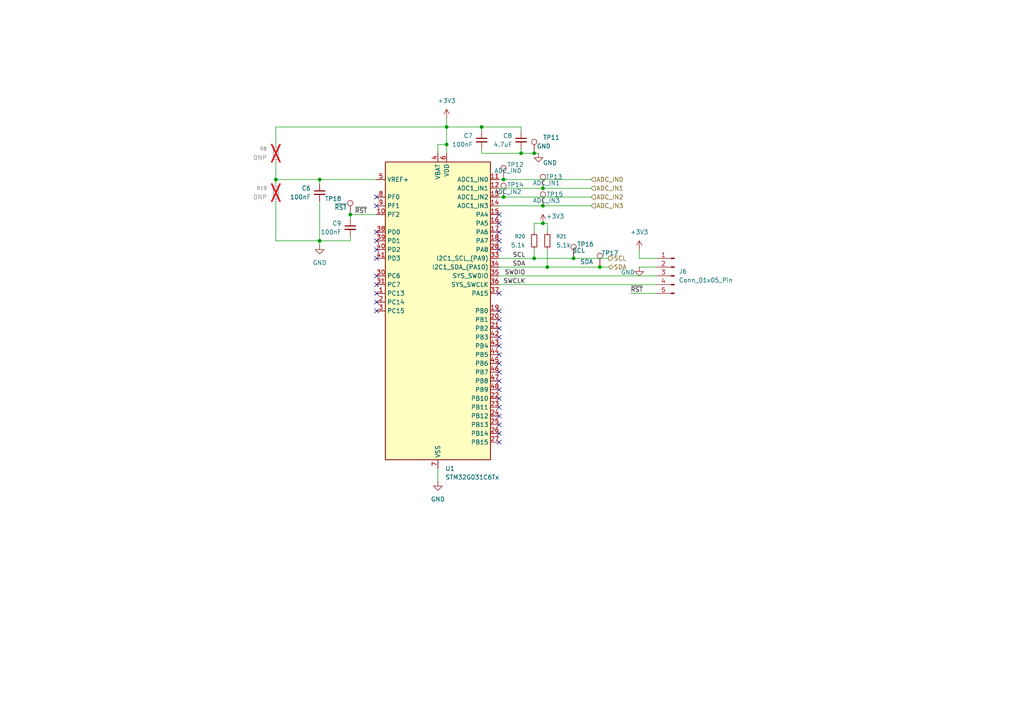
<source format=kicad_sch>
(kicad_sch (version 20250114) (generator "eeschema") (generator_version "9.0")
  (paper "A4")
  (title_block (rev "${REVISION}"))
  (lib_symbols
    (symbol "Connector:Conn_01x05_Pin" (pin_names (offset 1.016) (hide yes))
      (property "Reference" "J" (at 0 7.62 0))
      (property "Value" "Conn_01x05_Pin" (at 0 -7.62 0))
      (symbol "Conn_01x05_Pin_1_1"
        (rectangle (start 0.8636 5.207) (end 0 4.953) (stroke (width 0.1524)) (fill (type outline)))
        (rectangle (start 0.8636 2.667) (end 0 2.413) (stroke (width 0.1524)) (fill (type outline)))
        (rectangle (start 0.8636 0.127) (end 0 -0.127) (stroke (width 0.1524)) (fill (type outline)))
        (rectangle (start 0.8636 -2.413) (end 0 -2.667) (stroke (width 0.1524)) (fill (type outline)))
        (rectangle (start 0.8636 -4.953) (end 0 -5.207) (stroke (width 0.1524)) (fill (type outline)))
        (polyline (pts (xy 1.27 5.08) (xy 0.8636 5.08)) (stroke (width 0.1524)))
        (polyline (pts (xy 1.27 2.54) (xy 0.8636 2.54)) (stroke (width 0.1524)))
        (polyline (pts (xy 1.27 0) (xy 0.8636 0)) (stroke (width 0.1524)))
        (polyline (pts (xy 1.27 -2.54) (xy 0.8636 -2.54)) (stroke (width 0.1524)))
        (polyline (pts (xy 1.27 -5.08) (xy 0.8636 -5.08)) (stroke (width 0.1524)))
        (pin passive line (at 5.08 5.08 180) (length 3.81) (name "Pin_1") (number "1"))
        (pin passive line (at 5.08 2.54 180) (length 3.81) (name "Pin_2") (number "2"))
        (pin passive line (at 5.08 0 180) (length 3.81) (name "Pin_3") (number "3"))
        (pin passive line (at 5.08 -2.54 180) (length 3.81) (name "Pin_4") (number "4"))
        (pin passive line (at 5.08 -5.08 180) (length 3.81) (name "Pin_5") (number "5"))
      )
    )
    (symbol "Connector:TestPoint" (pin_numbers (hide yes)) (pin_names (offset 0.762) (hide yes))
      (property "Reference" "TP" (at 0 6.858 0))
      (property "Value" "TestPoint" (at 0 5.08 0))
      (symbol "TestPoint_0_1"
        (circle (center 0 3.302) (radius 0.762))
      )
      (symbol "TestPoint_1_1"
        (pin passive line (at 0 0 90) (length 2.54) (name "1") (number "1"))
      )
    )
    (symbol "Device:C_Small" (pin_numbers (hide yes)) (pin_names (offset 0.254) (hide yes))
      (property "Reference" "C" (at 0.254 1.778 0))
      (property "Value" "C_Small" (at 0.254 -2.032 0))
      (symbol "C_Small_0_1"
        (polyline (pts (xy -1.524 0.508) (xy 1.524 0.508)) (stroke (width 0.3048)))
        (polyline (pts (xy -1.524 -0.508) (xy 1.524 -0.508)) (stroke (width 0.3302)))
      )
      (symbol "C_Small_1_1"
        (pin passive line (at 0 2.54 270) (length 2.032) (name "~") (number "1"))
        (pin passive line (at 0 -2.54 90) (length 2.032) (name "~") (number "2"))
      )
    )
    (symbol "Device:R_Small" (pin_numbers (hide yes)) (pin_names (offset 0.254) (hide yes))
      (property "Reference" "R" (at 0 0 90))
      (property "Value" "R_Small" (at 1.778 0 90))
      (symbol "R_Small_0_1"
        (rectangle (start -0.762 1.778) (end 0.762 -1.778) (stroke (width 0.2032)))
      )
      (symbol "R_Small_1_1"
        (pin passive line (at 0 2.54 270) (length 0.762) (name "~") (number "1"))
        (pin passive line (at 0 -2.54 90) (length 0.762) (name "~") (number "2"))
      )
    )
    (symbol "MCU_ST_STM32G0:STM32G031C6Tx"
      (property "Reference" "U" (at -15.24 44.45 0))
      (property "Value" "STM32G031C6Tx" (at 5.08 44.45 0))
      (symbol "STM32G031C6Tx_0_1"
        (rectangle (start -15.24 -43.18) (end 15.24 43.18) (stroke (width 0.254)) (fill (type background)))
      )
      (symbol "STM32G031C6Tx_1_1"
        (pin input line (at -17.78 38.1 0) (length 2.54) (name "VREF+") (number "5"))
        (pin bidirectional line (at -17.78 33.02 0) (length 2.54) (name "PF0") (number "8"))
        (pin bidirectional line (at -17.78 30.48 0) (length 2.54) (name "PF1") (number "9"))
        (pin bidirectional line (at -17.78 27.94 0) (length 2.54) (name "PF2") (number "10"))
        (pin bidirectional line (at -17.78 22.86 0) (length 2.54) (name "PD0") (number "38"))
        (pin bidirectional line (at -17.78 20.32 0) (length 2.54) (name "PD1") (number "39"))
        (pin bidirectional line (at -17.78 17.78 0) (length 2.54) (name "PD2") (number "40"))
        (pin bidirectional line (at -17.78 15.24 0) (length 2.54) (name "PD3") (number "41"))
        (pin bidirectional line (at -17.78 10.16 0) (length 2.54) (name "PC6") (number "30"))
        (pin bidirectional line (at -17.78 7.62 0) (length 2.54) (name "PC7") (number "31"))
        (pin bidirectional line (at -17.78 5.08 0) (length 2.54) (name "PC13") (number "1"))
        (pin bidirectional line (at -17.78 2.54 0) (length 2.54) (name "PC14") (number "2"))
        (pin bidirectional line (at -17.78 0 0) (length 2.54) (name "PC15") (number "3"))
        (pin no_connect line (at -15.24 -40.64 0) (length 2.54) (hide yes) (name "NC/PA10") (number "32") (alternate "I2C1_SDA (PA10)" bidirectional line))
        (pin no_connect line (at -15.24 -43.18 0) (length 2.54) (hide yes) (name "NC/PA9") (number "29") (alternate "I2C1_SCL (PA9)" bidirectional line))
        (pin power_in line (at 0 45.72 270) (length 2.54) (name "VBAT") (number "4"))
        (pin power_in line (at 0 -45.72 90) (length 2.54) (name "VSS") (number "7"))
        (pin power_in line (at 2.54 45.72 270) (length 2.54) (name "VDD") (number "6"))
        (pin bidirectional line (at 17.78 38.1 180) (length 2.54) (name "PA0") (number "11") (alternate "ADC1_IN0" bidirectional line))
        (pin bidirectional line (at 17.78 35.56 180) (length 2.54) (name "PA1") (number "12") (alternate "ADC1_IN1" bidirectional line))
        (pin bidirectional line (at 17.78 33.02 180) (length 2.54) (name "PA2") (number "13") (alternate "ADC1_IN2" bidirectional line))
        (pin bidirectional line (at 17.78 30.48 180) (length 2.54) (name "PA3") (number "14") (alternate "ADC1_IN3" bidirectional line))
        (pin bidirectional line (at 17.78 27.94 180) (length 2.54) (name "PA4") (number "15"))
        (pin bidirectional line (at 17.78 25.4 180) (length 2.54) (name "PA5") (number "16"))
        (pin bidirectional line (at 17.78 22.86 180) (length 2.54) (name "PA6") (number "17"))
        (pin bidirectional line (at 17.78 20.32 180) (length 2.54) (name "PA7") (number "18"))
        (pin bidirectional line (at 17.78 17.78 180) (length 2.54) (name "PA8") (number "28"))
        (pin bidirectional line (at 17.78 15.24 180) (length 2.54) (name "PA9/PA11") (number "33") (alternate "I2C1_SCL (PA9)" bidirectional line))
        (pin bidirectional line (at 17.78 12.7 180) (length 2.54) (name "PA10/PA12") (number "34") (alternate "I2C1_SDA (PA10)" bidirectional line))
        (pin bidirectional line (at 17.78 10.16 180) (length 2.54) (name "PA13") (number "35") (alternate "SYS_SWDIO" bidirectional line))
        (pin bidirectional line (at 17.78 7.62 180) (length 2.54) (name "PA14") (number "36") (alternate "SYS_SWCLK" bidirectional line))
        (pin bidirectional line (at 17.78 5.08 180) (length 2.54) (name "PA15") (number "37"))
        (pin bidirectional line (at 17.78 0 180) (length 2.54) (name "PB0") (number "19"))
        (pin bidirectional line (at 17.78 -2.54 180) (length 2.54) (name "PB1") (number "20"))
        (pin bidirectional line (at 17.78 -5.08 180) (length 2.54) (name "PB2") (number "21"))
        (pin bidirectional line (at 17.78 -7.62 180) (length 2.54) (name "PB3") (number "42"))
        (pin bidirectional line (at 17.78 -10.16 180) (length 2.54) (name "PB4") (number "43"))
        (pin bidirectional line (at 17.78 -12.7 180) (length 2.54) (name "PB5") (number "44"))
        (pin bidirectional line (at 17.78 -15.24 180) (length 2.54) (name "PB6") (number "45"))
        (pin bidirectional line (at 17.78 -17.78 180) (length 2.54) (name "PB7") (number "46"))
        (pin bidirectional line (at 17.78 -20.32 180) (length 2.54) (name "PB8") (number "47"))
        (pin bidirectional line (at 17.78 -22.86 180) (length 2.54) (name "PB9") (number "48"))
        (pin bidirectional line (at 17.78 -25.4 180) (length 2.54) (name "PB10") (number "22"))
        (pin bidirectional line (at 17.78 -27.94 180) (length 2.54) (name "PB11") (number "23"))
        (pin bidirectional line (at 17.78 -30.48 180) (length 2.54) (name "PB12") (number "24"))
        (pin bidirectional line (at 17.78 -33.02 180) (length 2.54) (name "PB13") (number "25"))
        (pin bidirectional line (at 17.78 -35.56 180) (length 2.54) (name "PB14") (number "26"))
        (pin bidirectional line (at 17.78 -38.1 180) (length 2.54) (name "PB15") (number "27"))
      )
    )
    (symbol "power:+3V3" (power) (pin_numbers (hide yes)) (pin_names (offset 0) (hide yes))
      (property "Value" "+3V3" (at 0 3.556 0))
      (symbol "+3V3_0_1"
        (polyline (pts (xy -0.762 1.27) (xy 0 2.54)))
        (polyline (pts (xy 0 2.54) (xy 0.762 1.27)))
        (polyline (pts (xy 0 0) (xy 0 2.54)))
      )
      (symbol "+3V3_1_1"
        (pin power_in line (at 0 0 90) (length 0) (name "~") (number "1"))
      )
    )
    (symbol "power:GND" (power) (pin_numbers (hide yes)) (pin_names (offset 0) (hide yes))
      (property "Value" "GND" (at 0 -3.81 0))
      (symbol "GND_0_1"
        (polyline (pts (xy 0 0) (xy 0 -1.27) (xy 1.27 -1.27) (xy 0 -2.54) (xy -1.27 -1.27) (xy 0 -1.27)))
      )
      (symbol "GND_1_1"
        (pin power_in line (at 0 0 270) (length 0) (name "~") (number "1"))
      )
    )
  )
  (junction (at 129.54 41.91))
  (junction (at 92.71 69.85))
  (junction (at 151.13 44.45))
  (junction (at 139.7 36.83))
  (junction (at 92.71 52.07))
  (junction (at 157.48 54.61))
  (junction (at 166.37 74.93))
  (junction (at 154.94 44.45))
  (junction (at 129.54 36.83))
  (junction (at 158.75 77.47))
  (junction (at 146.05 57.15))
  (junction (at 173.99 77.47))
  (junction (at 101.6 62.23))
  (junction (at 146.05 52.07))
  (junction (at 157.48 59.69))
  (junction (at 80.01 52.07))
  (junction (at 157.48 64.77))
  (junction (at 154.94 74.93))
  (no_connect (at 109.22 67.31))
  (no_connect (at 144.78 85.09))
  (no_connect (at 144.78 97.79))
  (no_connect (at 109.22 74.93))
  (no_connect (at 144.78 115.57))
  (no_connect (at 144.78 125.73))
  (no_connect (at 144.78 110.49))
  (no_connect (at 144.78 102.87))
  (no_connect (at 144.78 120.65))
  (no_connect (at 109.22 87.63))
  (no_connect (at 144.78 105.41))
  (no_connect (at 144.78 67.31))
  (no_connect (at 144.78 113.03))
  (no_connect (at 144.78 123.19))
  (no_connect (at 144.78 100.33))
  (no_connect (at 109.22 72.39))
  (no_connect (at 144.78 128.27))
  (no_connect (at 109.22 69.85))
  (no_connect (at 144.78 90.17))
  (no_connect (at 109.22 85.09))
  (no_connect (at 144.78 92.71))
  (no_connect (at 109.22 59.69))
  (no_connect (at 144.78 72.39))
  (no_connect (at 109.22 80.01))
  (no_connect (at 144.78 62.23))
  (no_connect (at 144.78 118.11))
  (no_connect (at 144.78 107.95))
  (no_connect (at 109.22 82.55))
  (no_connect (at 109.22 57.15))
  (no_connect (at 144.78 64.77))
  (no_connect (at 109.22 90.17))
  (no_connect (at 144.78 69.85))
  (no_connect (at 144.78 95.25))
  (wire (pts (xy 154.94 74.93) (xy 166.37 74.93)))
  (wire (pts (xy 80.01 36.83) (xy 129.54 36.83)))
  (wire (pts (xy 92.71 69.85) (xy 101.6 69.85)))
  (wire (pts (xy 146.05 57.15) (xy 171.45 57.15)))
  (wire (pts (xy 151.13 38.1) (xy 151.13 36.83)))
  (wire (pts (xy 182.88 85.09) (xy 190.5 85.09)))
  (wire (pts (xy 158.75 77.47) (xy 173.99 77.47)))
  (wire (pts (xy 139.7 36.83) (xy 139.7 38.1)))
  (wire (pts (xy 173.99 77.47) (xy 176.53 77.47)))
  (wire (pts (xy 185.42 74.93) (xy 190.5 74.93)))
  (wire (pts (xy 144.78 54.61) (xy 157.48 54.61)))
  (wire (pts (xy 80.01 58.42) (xy 80.01 69.85)))
  (wire (pts (xy 101.6 63.5) (xy 101.6 62.23)))
  (wire (pts (xy 92.71 52.07) (xy 109.22 52.07)))
  (wire (pts (xy 127 135.89) (xy 127 139.7)))
  (wire (pts (xy 151.13 36.83) (xy 139.7 36.83)))
  (wire (pts (xy 80.01 46.99) (xy 80.01 52.07)))
  (wire (pts (xy 92.71 69.85) (xy 92.71 58.42)))
  (wire (pts (xy 144.78 82.55) (xy 190.5 82.55)))
  (wire (pts (xy 101.6 68.58) (xy 101.6 69.85)))
  (wire (pts (xy 129.54 41.91) (xy 129.54 44.45)))
  (wire (pts (xy 185.42 77.47) (xy 190.5 77.47)))
  (wire (pts (xy 80.01 41.91) (xy 80.01 36.83)))
  (wire (pts (xy 144.78 80.01) (xy 190.5 80.01)))
  (wire (pts (xy 158.75 72.39) (xy 158.75 77.47)))
  (wire (pts (xy 127 41.91) (xy 129.54 41.91)))
  (wire (pts (xy 144.78 59.69) (xy 157.48 59.69)))
  (wire (pts (xy 144.78 74.93) (xy 154.94 74.93)))
  (wire (pts (xy 154.94 64.77) (xy 157.48 64.77)))
  (wire (pts (xy 146.05 52.07) (xy 171.45 52.07)))
  (wire (pts (xy 139.7 43.18) (xy 139.7 44.45)))
  (wire (pts (xy 129.54 36.83) (xy 129.54 41.91)))
  (wire (pts (xy 144.78 77.47) (xy 158.75 77.47)))
  (wire (pts (xy 158.75 64.77) (xy 158.75 67.31)))
  (wire (pts (xy 92.71 71.12) (xy 92.71 69.85)))
  (wire (pts (xy 154.94 44.45) (xy 156.21 44.45)))
  (wire (pts (xy 154.94 72.39) (xy 154.94 74.93)))
  (wire (pts (xy 127 44.45) (xy 127 41.91)))
  (wire (pts (xy 101.6 62.23) (xy 109.22 62.23)))
  (wire (pts (xy 139.7 44.45) (xy 151.13 44.45)))
  (wire (pts (xy 129.54 34.29) (xy 129.54 36.83)))
  (wire (pts (xy 166.37 74.93) (xy 176.53 74.93)))
  (wire (pts (xy 92.71 53.34) (xy 92.71 52.07)))
  (wire (pts (xy 80.01 53.34) (xy 80.01 52.07)))
  (wire (pts (xy 144.78 52.07) (xy 146.05 52.07)))
  (wire (pts (xy 154.94 67.31) (xy 154.94 64.77)))
  (wire (pts (xy 144.78 57.15) (xy 146.05 57.15)))
  (wire (pts (xy 157.48 59.69) (xy 171.45 59.69)))
  (wire (pts (xy 157.48 54.61) (xy 171.45 54.61)))
  (wire (pts (xy 151.13 43.18) (xy 151.13 44.45)))
  (wire (pts (xy 185.42 72.39) (xy 185.42 74.93)))
  (wire (pts (xy 151.13 44.45) (xy 154.94 44.45)))
  (wire (pts (xy 157.48 64.77) (xy 158.75 64.77)))
  (wire (pts (xy 80.01 52.07) (xy 92.71 52.07)))
  (wire (pts (xy 80.01 69.85) (xy 92.71 69.85)))
  (wire (pts (xy 129.54 36.83) (xy 139.7 36.83)))
  (label "~{RST}" (at 102.87 62.23 0))
  (label "SWDIO" (at 152.4 80.01 180))
  (label "SWCLK" (at 152.4 82.55 180))
  (label "SDA" (at 152.4 77.47 180))
  (label "~{RST}" (at 182.88 85.09 0))
  (label "SCL" (at 152.4 74.93 180))
  (hierarchical_label "SDA" (shape bidirectional) (at 176.53 77.47 0))
  (hierarchical_label "ADC_IN3" (shape input) (at 171.45 59.69 0))
  (hierarchical_label "SCL" (shape output) (at 176.53 74.93 0))
  (hierarchical_label "ADC_IN2" (shape input) (at 171.45 57.15 0))
  (hierarchical_label "ADC_IN1" (shape input) (at 171.45 54.61 0))
  (hierarchical_label "ADC_IN0" (shape input) (at 171.45 52.07 0))
  (symbol (lib_id "Connector:TestPoint") (at 157.48 54.61 0) (unit 1)
    (property "Reference" "TP13" (at 158.242 51.308 0) (effects (justify left)))
    (property "Value" "${SHORT_NET_NAME(1)}" (at 158.242 53.086 0) (effects (justify left)))
    (property "Footprint" "TestPoint:TestPoint_Pad_D1.0mm" (effects (hide yes)))
    (property "Description" "test point" (effects (hide yes)))
  )
  (symbol (lib_id "Device:R_Small") (at 154.94 69.85 0) (unit 1)
    (property "Reference" "R20" (at 152.4 68.5799 0) (effects (font (size 1.016 1.016)) (justify right)))
    (property "Value" "5.1k" (at 152.4 71.1199 0) (effects (justify right)))
    (property "Footprint" "Resistor_SMD:R_0603_1608Metric_Pad0.98x0.95mm_HandSolder" (effects (hide yes)))
    (property "Datasheet" "https://www.yageogroup.com/content/datasheet/asset/file/PYU-RC_GROUP_51_ROHS_L" (effects (hide yes)))
    (property "Description" "RES 5.1K OHM 1% 1/10W 0603" (effects (hide yes)))
    (property "Digikey_P/N" "311-5.10KHRCT-ND" (effects (hide yes)))
    (property "MFR" "YAGEO" (effects (hide yes)))
    (property "MFR_P/N" "RC0603FR-075K1L" (effects (hide yes)))
  )
  (symbol (lib_id "Device:C_Small") (at 101.6 66.04 0) (unit 1)
    (property "Reference" "C9" (at 99.06 64.7762 0) (effects (justify right)))
    (property "Value" "100nF" (at 99.06 67.3162 0) (effects (justify right)))
    (property "Footprint" "Capacitor_SMD:C_0603_1608Metric_Pad1.08x0.95mm_HandSolder" (effects (hide yes)))
    (property "Datasheet" "https://www.yageogroup.com/content/datasheet/asset/file/KEM_C1002_X7R_SMD" (effects (hide yes)))
    (property "Description" "CAP CER 0.1UF 50V X7R 0603" (effects (hide yes)))
    (property "Digikey_P/N" "399-C0603C104K5RACTUCT-ND" (effects (hide yes)))
    (property "MFR" "KEMET" (effects (hide yes)))
    (property "MFR_P/N" "C0603C104K5RACTU" (effects (hide yes)))
  )
  (symbol (lib_id "Connector:TestPoint") (at 154.94 44.45 0) (unit 1)
    (property "Reference" "TP11" (at 157.48 39.8779 0) (effects (justify left)))
    (property "Value" "${SHORT_NET_NAME(1)}" (at 157.48 42.4179 0) (effects (justify left)))
    (property "Footprint" "TestPoint:TestPoint_Pad_D1.0mm" (effects (hide yes)))
    (property "Description" "test point" (effects (hide yes)))
  )
  (symbol (lib_id "Connector:TestPoint") (at 166.37 74.93 0) (unit 1)
    (property "Reference" "TP16" (at 167.386 70.866 0) (effects (justify left)))
    (property "Value" "${SHORT_NET_NAME(1)}" (at 167.64 72.644 0) (effects (justify left)))
    (property "Footprint" "TestPoint:TestPoint_Pad_D1.0mm" (effects (hide yes)))
    (property "Description" "test point" (effects (hide yes)))
  )
  (symbol (lib_id "Device:R_Small") (at 80.01 55.88 0) (mirror y) (unit 1) (in_bom no) (dnp yes)
    (property "Reference" "R19" (at 77.47 54.6099 0) (effects (font (size 1.016 1.016)) (justify left)))
    (property "Value" "DNP" (at 77.47 57.1499 0) (effects (justify left)))
    (property "Footprint" "Resistor_SMD:R_0603_1608Metric_Pad0.98x0.95mm_HandSolder" (effects (hide yes)))
    (property "Description" "Resistor, small symbol" (effects (hide yes)))
  )
  (symbol (lib_id "Connector:Conn_01x05_Pin") (at 195.58 80.01 0) (mirror y) (unit 1)
    (property "Reference" "J6" (at 196.85 78.7399 0) (effects (justify right)))
    (property "Value" "Conn_01x05_Pin" (at 196.85 81.2799 0) (effects (justify right)))
    (property "Footprint" "Connector_PinHeader_2.54mm:PinHeader_1x05_P2.54mm_Vertical" (effects (hide yes)))
    (property "Description" "Generic connector, single row, 01x05, script generated" (effects (hide yes)))
  )
  (symbol (lib_id "Device:C_Small") (at 92.71 55.88 0) (unit 1)
    (property "Reference" "C6" (at 90.17 54.6162 0) (effects (justify right)))
    (property "Value" "100nF" (at 90.17 57.1562 0) (effects (justify right)))
    (property "Footprint" "Capacitor_SMD:C_0603_1608Metric_Pad1.08x0.95mm_HandSolder" (effects (hide yes)))
    (property "Datasheet" "https://www.yageogroup.com/content/datasheet/asset/file/KEM_C1002_X7R_SMD" (effects (hide yes)))
    (property "Description" "CAP CER 0.1UF 50V X7R 0603" (effects (hide yes)))
    (property "Digikey_P/N" "399-C0603C104K5RACTUCT-ND" (effects (hide yes)))
    (property "MFR" "KEMET" (effects (hide yes)))
    (property "MFR_P/N" "C0603C104K5RACTU" (effects (hide yes)))
  )
  (symbol (lib_id "MCU_ST_STM32G0:STM32G031C6Tx") (at 127 90.17 0) (unit 1)
    (property "Reference" "U1" (at 129.1433 135.89 0) (effects (justify left)))
    (property "Value" "STM32G031C6Tx" (at 129.1433 138.43 0) (effects (justify left)))
    (property "Footprint" "Package_QFP:LQFP-48_7x7mm_P0.5mm" (effects (hide yes)))
    (property "Datasheet" "https://www.st.com/resource/en/datasheet/stm32g031c6.pdf" (effects (hide yes)))
    (property "Description" "STMicroelectronics Arm Cortex-M0+ MCU, 32KB flash, 8KB RAM, 64 MHz, 1.7-3.6V, 44 GPIO, LQFP48" (effects (hide yes)))
    (property "Digikey_P/N" "497-19555-ND" (effects (hide yes)))
    (property "MFR" "STMicroelectronics" (effects (hide yes)))
    (property "MFR_P/N" "STM32G031C6T6" (effects (hide yes)))
    (pin "14" (alternate "ADC1_IN3"))
    (pin "33" (alternate "I2C1_SCL (PA9)"))
    (pin "34" (alternate "I2C1_SDA (PA10)"))
    (pin "12" (alternate "ADC1_IN1"))
    (pin "36" (alternate "SYS_SWCLK"))
    (pin "11" (alternate "ADC1_IN0"))
    (pin "13" (alternate "ADC1_IN2"))
    (pin "35" (alternate "SYS_SWDIO"))
  )
  (symbol (lib_id "Device:C_Small") (at 151.13 40.64 0) (unit 1)
    (property "Reference" "C8" (at 148.59 39.3762 0) (effects (justify right)))
    (property "Value" "4.7uF" (at 148.59 41.9162 0) (effects (justify right)))
    (property "Footprint" "Capacitor_SMD:C_0603_1608Metric_Pad1.08x0.95mm_HandSolder" (effects (hide yes)))
    (property "Datasheet" "https://mm.digikey.com/Volume0/opasdata/d220001/medias/docus/2328/CL10A475KO8NNNC_Spec.pdf" (effects (hide yes)))
    (property "Description" "CAP CER 4.7UF 16V X5R 0603" (effects (hide yes)))
    (property "Digikey_P/N" "1276-1784-1-ND" (effects (hide yes)))
    (property "MFR" "Samsung Electro-Mechanics" (effects (hide yes)))
    (property "MFR_P/N" "CL10A475KO8NNNC" (effects (hide yes)))
  )
  (symbol (lib_id "power:+3V3") (at 157.48 64.77 0) (unit 1)
    (property "Reference" "#PWR020" (effects (hide yes)))
    (property "Value" "+3V3" (at 161.036 62.738 0))
    (property "Description" "Power symbol creates a global label with name \"+3V3\"" (effects (hide yes)))
  )
  (symbol (lib_id "Device:R_Small") (at 80.01 44.45 0) (mirror y) (unit 1) (in_bom no) (dnp yes)
    (property "Reference" "R8" (at 77.47 43.1799 0) (effects (font (size 1.016 1.016)) (justify left)))
    (property "Value" "DNP" (at 77.47 45.7199 0) (effects (justify left)))
    (property "Footprint" "Resistor_SMD:R_0603_1608Metric_Pad0.98x0.95mm_HandSolder" (effects (hide yes)))
    (property "Description" "Resistor, small symbol" (effects (hide yes)))
  )
  (symbol (lib_id "Connector:TestPoint") (at 173.99 77.47 0) (unit 1)
    (property "Reference" "TP17" (at 174.498 73.406 0) (effects (justify left)))
    (property "Value" "${SHORT_NET_NAME(1)}" (at 169.926 75.946 0) (effects (justify left)))
    (property "Footprint" "TestPoint:TestPoint_Pad_D1.0mm" (effects (hide yes)))
    (property "Description" "test point" (effects (hide yes)))
  )
  (symbol (lib_id "Device:R_Small") (at 158.75 69.85 0) (mirror y) (unit 1)
    (property "Reference" "R21" (at 161.29 68.5799 0) (effects (font (size 1.016 1.016)) (justify right)))
    (property "Value" "5.1k" (at 161.29 71.1199 0) (effects (justify right)))
    (property "Footprint" "Resistor_SMD:R_0603_1608Metric_Pad0.98x0.95mm_HandSolder" (effects (hide yes)))
    (property "Datasheet" "https://www.yageogroup.com/content/datasheet/asset/file/PYU-RC_GROUP_51_ROHS_L" (effects (hide yes)))
    (property "Description" "RES 5.1K OHM 1% 1/10W 0603" (effects (hide yes)))
    (property "Digikey_P/N" "311-5.10KHRCT-ND" (effects (hide yes)))
    (property "MFR" "YAGEO" (effects (hide yes)))
    (property "MFR_P/N" "RC0603FR-075K1L" (effects (hide yes)))
  )
  (symbol (lib_id "Connector:TestPoint") (at 146.05 52.07 0) (unit 1)
    (property "Reference" "TP12" (at 147.066 47.752 0) (effects (justify left)))
    (property "Value" "${SHORT_NET_NAME(1)}" (at 147.066 49.53 0) (effects (justify left)))
    (property "Footprint" "TestPoint:TestPoint_Pad_D1.0mm" (effects (hide yes)))
    (property "Description" "test point" (effects (hide yes)))
  )
  (symbol (lib_id "power:GND") (at 127 139.7 0) (unit 1)
    (property "Reference" "#PWR01" (effects (hide yes)))
    (property "Value" "GND" (at 127 144.78 0))
    (property "Description" "Power symbol creates a global label with name \"GND\" , ground" (effects (hide yes)))
  )
  (symbol (lib_id "power:+3V3") (at 129.54 34.29 0) (unit 1)
    (property "Reference" "#PWR07" (effects (hide yes)))
    (property "Value" "+3V3" (at 129.54 29.21 0))
    (property "Description" "Power symbol creates a global label with name \"+3V3\"" (effects (hide yes)))
  )
  (symbol (lib_id "power:+3V3") (at 185.42 72.39 0) (unit 1)
    (property "Reference" "#PWR018" (effects (hide yes)))
    (property "Value" "+3V3" (at 185.42 67.31 0))
    (property "Description" "Power symbol creates a global label with name \"+3V3\"" (effects (hide yes)))
  )
  (symbol (lib_id "Device:C_Small") (at 139.7 40.64 0) (unit 1)
    (property "Reference" "C7" (at 137.16 39.3762 0) (effects (justify right)))
    (property "Value" "100nF" (at 137.16 41.9162 0) (effects (justify right)))
    (property "Footprint" "Capacitor_SMD:C_0603_1608Metric_Pad1.08x0.95mm_HandSolder" (effects (hide yes)))
    (property "Datasheet" "https://www.yageogroup.com/content/datasheet/asset/file/KEM_C1002_X7R_SMD" (effects (hide yes)))
    (property "Description" "CAP CER 0.1UF 50V X7R 0603" (effects (hide yes)))
    (property "Digikey_P/N" "399-C0603C104K5RACTUCT-ND" (effects (hide yes)))
    (property "MFR" "KEMET" (effects (hide yes)))
    (property "MFR_P/N" "C0603C104K5RACTU" (effects (hide yes)))
  )
  (symbol (lib_id "power:GND") (at 185.42 77.47 0) (unit 1)
    (property "Reference" "#PWR019" (effects (hide yes)))
    (property "Value" "GND" (at 182.118 78.994 0))
    (property "Description" "Power symbol creates a global label with name \"GND\" , ground" (effects (hide yes)))
  )
  (symbol (lib_id "Connector:TestPoint") (at 101.6 62.23 0) (mirror y) (unit 1)
    (property "Reference" "TP18" (at 99.06 57.6579 0) (effects (justify left)))
    (property "Value" "${SHORT_NET_NAME(1)}" (at 99.06 60.1979 0) (effects (justify left)))
    (property "Footprint" "TestPoint:TestPoint_Pad_D1.0mm" (effects (hide yes)))
    (property "Description" "test point" (effects (hide yes)))
  )
  (symbol (lib_id "Connector:TestPoint") (at 157.48 59.69 0) (unit 1)
    (property "Reference" "TP15" (at 158.496 56.388 0) (effects (justify left)))
    (property "Value" "${SHORT_NET_NAME(1)}" (at 158.242 58.166 0) (effects (justify left)))
    (property "Footprint" "TestPoint:TestPoint_Pad_D1.0mm" (effects (hide yes)))
    (property "Description" "test point" (effects (hide yes)))
  )
  (symbol (lib_id "Connector:TestPoint") (at 146.05 57.15 0) (unit 1)
    (property "Reference" "TP14" (at 147.066 53.594 0) (effects (justify left)))
    (property "Value" "${SHORT_NET_NAME(1)}" (at 147.066 55.626 0) (effects (justify left)))
    (property "Footprint" "TestPoint:TestPoint_Pad_D1.0mm" (effects (hide yes)))
    (property "Description" "test point" (effects (hide yes)))
  )
  (symbol (lib_id "power:GND") (at 92.71 71.12 0) (unit 1)
    (property "Reference" "#PWR06" (effects (hide yes)))
    (property "Value" "GND" (at 92.71 76.2 0))
    (property "Description" "Power symbol creates a global label with name \"GND\" , ground" (effects (hide yes)))
  )
  (symbol (lib_id "power:GND") (at 156.21 44.45 0) (unit 1)
    (property "Reference" "#PWR08" (effects (hide yes)))
    (property "Value" "GND" (at 159.512 47.244 0))
    (property "Description" "Power symbol creates a global label with name \"GND\" , ground" (effects (hide yes)))
  )
)
</source>
